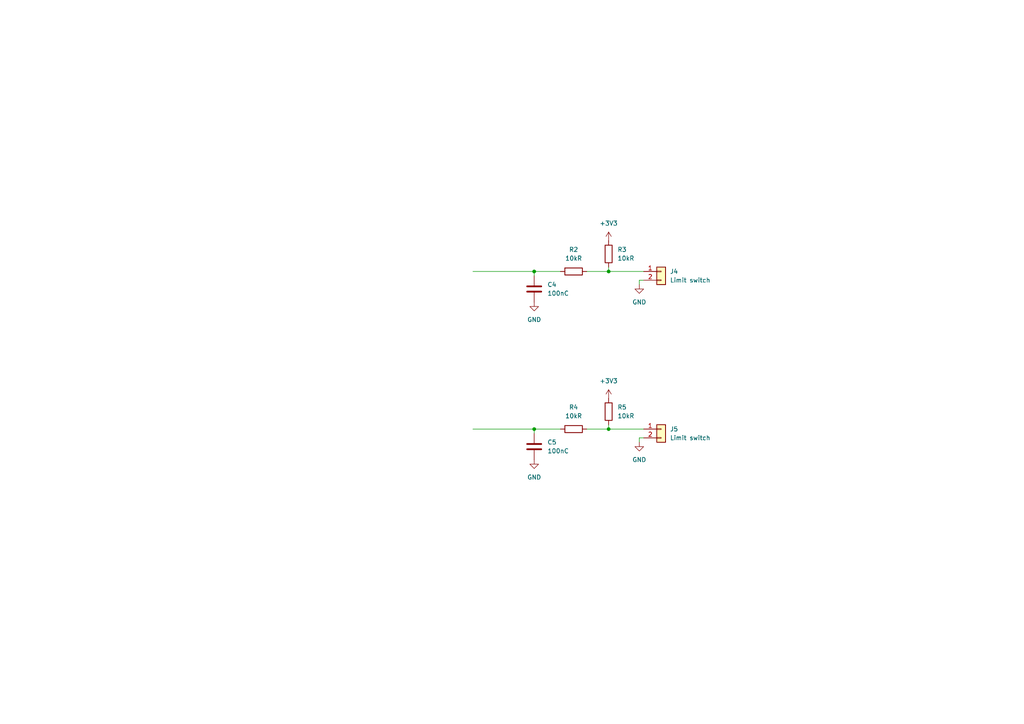
<source format=kicad_sch>
(kicad_sch (version 20250114) (generator "eeschema") (generator_version "9.0")
  (paper "A4")
  (lib_symbols
    (symbol "Connector_Generic:Conn_01x02" (pin_names (offset 1.016) (hide yes))
      (property "Reference" "J" (at 0 2.54 0))
      (property "Value" "Conn_01x02" (at 0 -5.08 0))
      (symbol "Conn_01x02_1_1"
        (rectangle (start -1.27 1.27) (end 1.27 -3.81) (stroke (width 0.254)) (fill (type background)))
        (rectangle (start -1.27 0.127) (end 0 -0.127) (stroke (width 0.1524)))
        (rectangle (start -1.27 -2.413) (end 0 -2.667) (stroke (width 0.1524)))
        (pin passive line (at -5.08 0 0) (length 3.81) (name "Pin_1") (number "1"))
        (pin passive line (at -5.08 -2.54 0) (length 3.81) (name "Pin_2") (number "2"))
      )
    )
    (symbol "Device:C" (pin_numbers (hide yes)) (pin_names (offset 0.254))
      (property "Reference" "C" (at 0.635 2.54 0))
      (property "Value" "C" (at 0.635 -2.54 0))
      (symbol "C_0_1"
        (polyline (pts (xy -2.032 0.762) (xy 2.032 0.762)) (stroke (width 0.508)))
        (polyline (pts (xy -2.032 -0.762) (xy 2.032 -0.762)) (stroke (width 0.508)))
      )
      (symbol "C_1_1"
        (pin passive line (at 0 3.81 270) (length 2.794) (name "~") (number "1"))
        (pin passive line (at 0 -3.81 90) (length 2.794) (name "~") (number "2"))
      )
    )
    (symbol "Device:R" (pin_numbers (hide yes)) (pin_names (offset 0))
      (property "Reference" "R" (at 2.032 0 90))
      (property "Value" "R" (at 0 0 90))
      (symbol "R_0_1"
        (rectangle (start -1.016 -2.54) (end 1.016 2.54) (stroke (width 0.254)))
      )
      (symbol "R_1_1"
        (pin passive line (at 0 3.81 270) (length 1.27) (name "~") (number "1"))
        (pin passive line (at 0 -3.81 90) (length 1.27) (name "~") (number "2"))
      )
    )
    (symbol "power:+3V3" (power) (pin_numbers (hide yes)) (pin_names (offset 0) (hide yes))
      (property "Value" "+3V3" (at 0 3.556 0))
      (symbol "+3V3_0_1"
        (polyline (pts (xy -0.762 1.27) (xy 0 2.54)))
        (polyline (pts (xy 0 2.54) (xy 0.762 1.27)))
        (polyline (pts (xy 0 0) (xy 0 2.54)))
      )
      (symbol "+3V3_1_1"
        (pin power_in line (at 0 0 90) (length 0) (name "~") (number "1"))
      )
    )
    (symbol "power:GND" (power) (pin_numbers (hide yes)) (pin_names (offset 0) (hide yes))
      (property "Value" "GND" (at 0 -3.81 0))
      (symbol "GND_0_1"
        (polyline (pts (xy 0 0) (xy 0 -1.27) (xy 1.27 -1.27) (xy 0 -2.54) (xy -1.27 -1.27) (xy 0 -1.27)))
      )
      (symbol "GND_1_1"
        (pin power_in line (at 0 0 270) (length 0) (name "~") (number "1"))
      )
    )
  )
  (junction (at 154.94 124.46))
  (junction (at 154.94 78.74))
  (junction (at 176.53 124.46))
  (junction (at 176.53 78.74))
  (wire (pts (xy 154.94 78.74) (xy 154.94 80.01)))
  (wire (pts (xy 162.56 124.46) (xy 154.94 124.46)))
  (wire (pts (xy 154.94 124.46) (xy 154.94 125.73)))
  (wire (pts (xy 170.18 78.74) (xy 176.53 78.74)))
  (wire (pts (xy 170.18 124.46) (xy 176.53 124.46)))
  (wire (pts (xy 185.42 127) (xy 185.42 128.27)))
  (wire (pts (xy 176.53 124.46) (xy 176.53 123.19)))
  (wire (pts (xy 185.42 81.28) (xy 185.42 82.55)))
  (wire (pts (xy 176.53 78.74) (xy 176.53 77.47)))
  (wire (pts (xy 137.16 78.74) (xy 154.94 78.74)))
  (wire (pts (xy 186.69 127) (xy 185.42 127)))
  (wire (pts (xy 162.56 78.74) (xy 154.94 78.74)))
  (wire (pts (xy 186.69 81.28) (xy 185.42 81.28)))
  (wire (pts (xy 186.69 124.46) (xy 176.53 124.46)))
  (wire (pts (xy 186.69 78.74) (xy 176.53 78.74)))
  (wire (pts (xy 137.16 124.46) (xy 154.94 124.46)))
  (symbol (lib_id "Connector_Generic:Conn_01x02") (at 191.77 78.74 0) (unit 1)
    (property "Reference" "J4" (at 194.31 78.7399 0) (effects (justify left)))
    (property "Value" "Limit switch" (at 194.31 81.2799 0) (effects (justify left)))
    (property "Footprint" "Connector_JST:JST_PH_B2B-PH-K_1x02_P2.00mm_Vertical" (effects (hide yes)))
    (property "Description" "Generic connector, single row, 01x02, script generated (kicad-library-utils/schlib/autogen/connector/)" (effects (hide yes)))
    (property "MPN" "B2B-PH-K-S(LF)(SN)" (effects (hide yes)))
  )
  (symbol (lib_id "power:GND") (at 185.42 128.27 0) (unit 1)
    (property "Reference" "#PWR021" (effects (hide yes)))
    (property "Value" "GND" (at 185.42 133.35 0))
    (property "Description" "Power symbol creates a global label with name \"GND\" , ground" (effects (hide yes)))
  )
  (symbol (lib_id "power:GND") (at 154.94 87.63 0) (unit 1)
    (property "Reference" "#PWR017" (effects (hide yes)))
    (property "Value" "GND" (at 154.94 92.71 0))
    (property "Description" "Power symbol creates a global label with name \"GND\" , ground" (effects (hide yes)))
  )
  (symbol (lib_id "Device:R") (at 166.37 124.46 90) (unit 1)
    (property "Reference" "R4" (at 166.37 118.11 90))
    (property "Value" "10kR" (at 166.37 120.65 90))
    (property "Footprint" "Capacitor_SMD:C_0805_2012Metric" (effects (hide yes)))
    (property "Description" "Resistor" (effects (hide yes)))
  )
  (symbol (lib_id "Device:R") (at 176.53 119.38 180) (unit 1)
    (property "Reference" "R5" (at 179.07 118.1099 0) (effects (justify right)))
    (property "Value" "10kR" (at 179.07 120.6499 0) (effects (justify right)))
    (property "Footprint" "Capacitor_SMD:C_0805_2012Metric" (effects (hide yes)))
    (property "Description" "Resistor" (effects (hide yes)))
  )
  (symbol (lib_id "Device:C") (at 154.94 129.54 0) (unit 1)
    (property "Reference" "C5" (at 158.75 128.2699 0) (effects (justify left)))
    (property "Value" "100nC" (at 158.75 130.8099 0) (effects (justify left)))
    (property "Footprint" "Capacitor_SMD:C_0805_2012Metric" (effects (hide yes)))
    (property "Description" "Unpolarized capacitor" (effects (hide yes)))
  )
  (symbol (lib_id "Device:R") (at 176.53 73.66 180) (unit 1)
    (property "Reference" "R3" (at 179.07 72.3899 0) (effects (justify right)))
    (property "Value" "10kR" (at 179.07 74.9299 0) (effects (justify right)))
    (property "Footprint" "Capacitor_SMD:C_0805_2012Metric" (effects (hide yes)))
    (property "Description" "Resistor" (effects (hide yes)))
  )
  (symbol (lib_id "power:GND") (at 185.42 82.55 0) (unit 1)
    (property "Reference" "#PWR016" (effects (hide yes)))
    (property "Value" "GND" (at 185.42 87.63 0))
    (property "Description" "Power symbol creates a global label with name \"GND\" , ground" (effects (hide yes)))
  )
  (symbol (lib_id "Device:R") (at 166.37 78.74 90) (unit 1)
    (property "Reference" "R2" (at 166.37 72.39 90))
    (property "Value" "10kR" (at 166.37 74.93 90))
    (property "Footprint" "Capacitor_SMD:C_0805_2012Metric" (effects (hide yes)))
    (property "Description" "Resistor" (effects (hide yes)))
  )
  (symbol (lib_id "power:+3V3") (at 176.53 69.85 0) (unit 1)
    (property "Reference" "#PWR018" (effects (hide yes)))
    (property "Value" "+3V3" (at 176.53 64.77 0))
    (property "Description" "Power symbol creates a global label with name \"+3V3\"" (effects (hide yes)))
  )
  (symbol (lib_id "power:GND") (at 154.94 133.35 0) (unit 1)
    (property "Reference" "#PWR019" (effects (hide yes)))
    (property "Value" "GND" (at 154.94 138.43 0))
    (property "Description" "Power symbol creates a global label with name \"GND\" , ground" (effects (hide yes)))
  )
  (symbol (lib_id "Connector_Generic:Conn_01x02") (at 191.77 124.46 0) (unit 1)
    (property "Reference" "J5" (at 194.31 124.4599 0) (effects (justify left)))
    (property "Value" "Limit switch" (at 194.31 126.9999 0) (effects (justify left)))
    (property "Footprint" "Connector_JST:JST_PH_B2B-PH-K_1x02_P2.00mm_Vertical" (effects (hide yes)))
    (property "Description" "Generic connector, single row, 01x02, script generated (kicad-library-utils/schlib/autogen/connector/)" (effects (hide yes)))
    (property "MPN" "B2B-PH-K-S(LF)(SN)" (effects (hide yes)))
  )
  (symbol (lib_id "power:+3V3") (at 176.53 115.57 0) (unit 1)
    (property "Reference" "#PWR020" (effects (hide yes)))
    (property "Value" "+3V3" (at 176.53 110.49 0))
    (property "Description" "Power symbol creates a global label with name \"+3V3\"" (effects (hide yes)))
  )
  (symbol (lib_id "Device:C") (at 154.94 83.82 0) (unit 1)
    (property "Reference" "C4" (at 158.75 82.5499 0) (effects (justify left)))
    (property "Value" "100nC" (at 158.75 85.0899 0) (effects (justify left)))
    (property "Footprint" "Capacitor_SMD:C_0805_2012Metric" (effects (hide yes)))
    (property "Description" "Unpolarized capacitor" (effects (hide yes)))
  )
)
</source>
